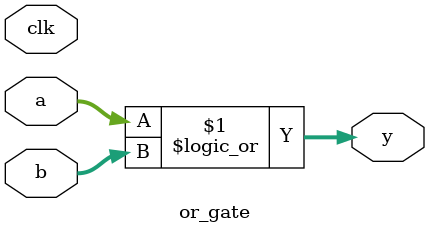
<source format=v>
`timescale 1ns / 1ps

module or_gate(a, b, y, clk);
input [31:0] a;
input [31:0] b;
input clk;
output [31:0] y;

assign y = a || b;
    
endmodule

</source>
